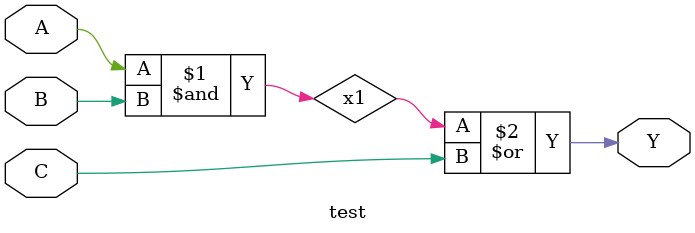
<source format=v>
`timescale 1ns/10ps
module test (A,B,C,Y);

input A,B,C;
output Y;
wire x1;

and inst1(x1,A,B);
or inst2(Y,x1,C);

endmodule
</source>
